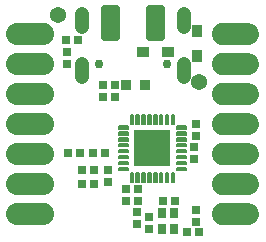
<source format=gbr>
G04 EAGLE Gerber RS-274X export*
G75*
%MOMM*%
%FSLAX34Y34*%
%LPD*%
%INSoldermask Bottom*%
%IPPOS*%
%AMOC8*
5,1,8,0,0,1.08239X$1,22.5*%
G01*
%ADD10C,1.209600*%
%ADD11C,0.751600*%
%ADD12C,1.879600*%
%ADD13C,1.879600*%
%ADD14R,1.001600X0.901600*%
%ADD15C,1.371600*%
%ADD16R,0.701600X0.701600*%
%ADD17R,0.801600X0.851600*%
%ADD18C,0.228606*%
%ADD19R,0.901600X1.001600*%
%ADD20C,0.170934*%
%ADD21R,3.101600X3.101600*%
%ADD22R,0.901600X0.901600*%

G36*
X75371Y174355D02*
X75371Y174355D01*
X75400Y174353D01*
X75917Y174421D01*
X75953Y174435D01*
X76013Y174447D01*
X76496Y174647D01*
X76526Y174669D01*
X76581Y174696D01*
X76996Y175014D01*
X77020Y175043D01*
X77066Y175084D01*
X77201Y175260D01*
X77384Y175499D01*
X77399Y175533D01*
X77433Y175585D01*
X77633Y176067D01*
X77639Y176104D01*
X77659Y176163D01*
X77727Y176680D01*
X77725Y176702D01*
X77730Y176730D01*
X77730Y201730D01*
X77725Y201751D01*
X77727Y201780D01*
X77659Y202297D01*
X77645Y202333D01*
X77633Y202393D01*
X77433Y202876D01*
X77411Y202906D01*
X77384Y202961D01*
X77066Y203376D01*
X77037Y203400D01*
X76996Y203446D01*
X76581Y203764D01*
X76547Y203779D01*
X76496Y203813D01*
X76013Y204013D01*
X75976Y204019D01*
X75917Y204039D01*
X75400Y204107D01*
X75378Y204105D01*
X75350Y204110D01*
X64350Y204110D01*
X64329Y204105D01*
X64300Y204107D01*
X63783Y204039D01*
X63747Y204025D01*
X63687Y204013D01*
X63205Y203813D01*
X63174Y203791D01*
X63119Y203764D01*
X62704Y203446D01*
X62680Y203417D01*
X62634Y203376D01*
X62422Y203099D01*
X62316Y202961D01*
X62301Y202927D01*
X62267Y202876D01*
X62067Y202393D01*
X62061Y202356D01*
X62041Y202297D01*
X61973Y201780D01*
X61975Y201758D01*
X61970Y201730D01*
X61970Y176730D01*
X61975Y176709D01*
X61973Y176680D01*
X62041Y176163D01*
X62055Y176127D01*
X62067Y176067D01*
X62267Y175585D01*
X62289Y175554D01*
X62316Y175499D01*
X62634Y175084D01*
X62663Y175060D01*
X62704Y175014D01*
X63119Y174696D01*
X63153Y174681D01*
X63205Y174647D01*
X63687Y174447D01*
X63724Y174441D01*
X63783Y174421D01*
X64300Y174353D01*
X64322Y174355D01*
X64350Y174350D01*
X75350Y174350D01*
X75371Y174355D01*
G37*
G36*
X113471Y174355D02*
X113471Y174355D01*
X113500Y174353D01*
X114017Y174421D01*
X114053Y174435D01*
X114113Y174447D01*
X114596Y174647D01*
X114626Y174669D01*
X114681Y174696D01*
X115096Y175014D01*
X115120Y175043D01*
X115166Y175084D01*
X115301Y175260D01*
X115484Y175499D01*
X115499Y175533D01*
X115533Y175585D01*
X115733Y176067D01*
X115739Y176104D01*
X115759Y176163D01*
X115827Y176680D01*
X115825Y176702D01*
X115830Y176730D01*
X115830Y201730D01*
X115825Y201751D01*
X115827Y201780D01*
X115759Y202297D01*
X115745Y202333D01*
X115733Y202393D01*
X115533Y202876D01*
X115511Y202906D01*
X115484Y202961D01*
X115166Y203376D01*
X115137Y203400D01*
X115096Y203446D01*
X114681Y203764D01*
X114647Y203779D01*
X114596Y203813D01*
X114113Y204013D01*
X114076Y204019D01*
X114017Y204039D01*
X113500Y204107D01*
X113478Y204105D01*
X113450Y204110D01*
X102450Y204110D01*
X102429Y204105D01*
X102400Y204107D01*
X101883Y204039D01*
X101847Y204025D01*
X101787Y204013D01*
X101305Y203813D01*
X101274Y203791D01*
X101219Y203764D01*
X100804Y203446D01*
X100780Y203417D01*
X100734Y203376D01*
X100522Y203099D01*
X100416Y202961D01*
X100401Y202927D01*
X100367Y202876D01*
X100167Y202393D01*
X100161Y202356D01*
X100141Y202297D01*
X100073Y201780D01*
X100075Y201758D01*
X100070Y201730D01*
X100070Y176730D01*
X100075Y176709D01*
X100073Y176680D01*
X100141Y176163D01*
X100155Y176127D01*
X100167Y176067D01*
X100367Y175585D01*
X100389Y175554D01*
X100416Y175499D01*
X100734Y175084D01*
X100763Y175060D01*
X100804Y175014D01*
X101219Y174696D01*
X101253Y174681D01*
X101305Y174647D01*
X101787Y174447D01*
X101824Y174441D01*
X101883Y174421D01*
X102400Y174353D01*
X102422Y174355D01*
X102450Y174350D01*
X113450Y174350D01*
X113471Y174355D01*
G37*
D10*
X132100Y196710D02*
X132100Y185630D01*
X45700Y185630D02*
X45700Y196710D01*
X45700Y154910D02*
X45700Y143830D01*
X132100Y143830D02*
X132100Y154910D01*
D11*
X60000Y154370D03*
X117800Y154370D03*
D12*
X12700Y179705D03*
X12700Y154305D03*
X12700Y128905D03*
X12700Y103505D03*
X12700Y78105D03*
X12700Y52705D03*
X12700Y27305D03*
D13*
X8890Y179705D02*
X-8890Y179705D01*
X-8890Y154305D02*
X8890Y154305D01*
X8890Y128905D02*
X-8890Y128905D01*
X-8890Y103505D02*
X8890Y103505D01*
X8890Y78105D02*
X-8890Y78105D01*
X-8890Y52705D02*
X8890Y52705D01*
X8890Y27305D02*
X-8890Y27305D01*
D12*
X165100Y27305D03*
X165100Y52705D03*
X165100Y78105D03*
X165100Y103505D03*
X165100Y128905D03*
X165100Y154305D03*
X165100Y179705D03*
D13*
X168910Y27305D02*
X186690Y27305D01*
X186690Y52705D02*
X168910Y52705D01*
X168910Y78105D02*
X186690Y78105D01*
X186690Y103505D02*
X168910Y103505D01*
X168910Y128905D02*
X186690Y128905D01*
X186690Y154305D02*
X168910Y154305D01*
X168910Y179705D02*
X186690Y179705D01*
D14*
X118904Y164338D03*
X97504Y164338D03*
D15*
X25400Y195580D03*
D16*
X55118Y79248D03*
X65278Y79248D03*
X55626Y64897D03*
X45466Y64897D03*
X55753Y52959D03*
X45593Y52959D03*
X67691Y54356D03*
X67691Y64516D03*
X44450Y79248D03*
X34290Y79248D03*
X140462Y84455D03*
X140462Y74295D03*
X142367Y103505D03*
X142367Y93345D03*
X93472Y48895D03*
X93472Y38735D03*
X82677Y48895D03*
X82677Y38735D03*
D17*
X123745Y28721D03*
X123745Y15221D03*
X113745Y15221D03*
X113745Y28721D03*
D16*
X102870Y24892D03*
X102870Y14732D03*
X135001Y12192D03*
X145161Y12192D03*
X124714Y38862D03*
X114554Y38862D03*
X33020Y164465D03*
X33020Y154305D03*
X42545Y174625D03*
X32385Y174625D03*
D15*
X145034Y139065D03*
D18*
X106585Y179365D02*
X106585Y183095D01*
X110315Y183095D01*
X110315Y179365D01*
X106585Y179365D01*
X106585Y181537D02*
X110315Y181537D01*
X68485Y183095D02*
X68485Y179365D01*
X68485Y183095D02*
X72215Y183095D01*
X72215Y179365D01*
X68485Y179365D01*
X68485Y181537D02*
X72215Y181537D01*
D19*
X143256Y161385D03*
X143256Y182785D03*
D20*
X88914Y103981D02*
X86906Y103981D01*
X86906Y111389D01*
X88914Y111389D01*
X88914Y103981D01*
X88914Y105605D02*
X86906Y105605D01*
X86906Y107229D02*
X88914Y107229D01*
X88914Y108853D02*
X86906Y108853D01*
X86906Y110477D02*
X88914Y110477D01*
X91906Y103981D02*
X93914Y103981D01*
X91906Y103981D02*
X91906Y111389D01*
X93914Y111389D01*
X93914Y103981D01*
X93914Y105605D02*
X91906Y105605D01*
X91906Y107229D02*
X93914Y107229D01*
X93914Y108853D02*
X91906Y108853D01*
X91906Y110477D02*
X93914Y110477D01*
X96906Y103981D02*
X98914Y103981D01*
X96906Y103981D02*
X96906Y111389D01*
X98914Y111389D01*
X98914Y103981D01*
X98914Y105605D02*
X96906Y105605D01*
X96906Y107229D02*
X98914Y107229D01*
X98914Y108853D02*
X96906Y108853D01*
X96906Y110477D02*
X98914Y110477D01*
X101906Y103981D02*
X103914Y103981D01*
X101906Y103981D02*
X101906Y111389D01*
X103914Y111389D01*
X103914Y103981D01*
X103914Y105605D02*
X101906Y105605D01*
X101906Y107229D02*
X103914Y107229D01*
X103914Y108853D02*
X101906Y108853D01*
X101906Y110477D02*
X103914Y110477D01*
X106906Y103981D02*
X108914Y103981D01*
X106906Y103981D02*
X106906Y111389D01*
X108914Y111389D01*
X108914Y103981D01*
X108914Y105605D02*
X106906Y105605D01*
X106906Y107229D02*
X108914Y107229D01*
X108914Y108853D02*
X106906Y108853D01*
X106906Y110477D02*
X108914Y110477D01*
X111906Y103981D02*
X113914Y103981D01*
X111906Y103981D02*
X111906Y111389D01*
X113914Y111389D01*
X113914Y103981D01*
X113914Y105605D02*
X111906Y105605D01*
X111906Y107229D02*
X113914Y107229D01*
X113914Y108853D02*
X111906Y108853D01*
X111906Y110477D02*
X113914Y110477D01*
X116906Y103981D02*
X118914Y103981D01*
X116906Y103981D02*
X116906Y111389D01*
X118914Y111389D01*
X118914Y103981D01*
X118914Y105605D02*
X116906Y105605D01*
X116906Y107229D02*
X118914Y107229D01*
X118914Y108853D02*
X116906Y108853D01*
X116906Y110477D02*
X118914Y110477D01*
X121906Y103981D02*
X123914Y103981D01*
X121906Y103981D02*
X121906Y111389D01*
X123914Y111389D01*
X123914Y103981D01*
X123914Y105605D02*
X121906Y105605D01*
X121906Y107229D02*
X123914Y107229D01*
X123914Y108853D02*
X121906Y108853D01*
X121906Y110477D02*
X123914Y110477D01*
X123914Y54981D02*
X121906Y54981D01*
X121906Y62389D01*
X123914Y62389D01*
X123914Y54981D01*
X123914Y56605D02*
X121906Y56605D01*
X121906Y58229D02*
X123914Y58229D01*
X123914Y59853D02*
X121906Y59853D01*
X121906Y61477D02*
X123914Y61477D01*
X118914Y54981D02*
X116906Y54981D01*
X116906Y62389D01*
X118914Y62389D01*
X118914Y54981D01*
X118914Y56605D02*
X116906Y56605D01*
X116906Y58229D02*
X118914Y58229D01*
X118914Y59853D02*
X116906Y59853D01*
X116906Y61477D02*
X118914Y61477D01*
X113914Y54981D02*
X111906Y54981D01*
X111906Y62389D01*
X113914Y62389D01*
X113914Y54981D01*
X113914Y56605D02*
X111906Y56605D01*
X111906Y58229D02*
X113914Y58229D01*
X113914Y59853D02*
X111906Y59853D01*
X111906Y61477D02*
X113914Y61477D01*
X108914Y54981D02*
X106906Y54981D01*
X106906Y62389D01*
X108914Y62389D01*
X108914Y54981D01*
X108914Y56605D02*
X106906Y56605D01*
X106906Y58229D02*
X108914Y58229D01*
X108914Y59853D02*
X106906Y59853D01*
X106906Y61477D02*
X108914Y61477D01*
X103914Y54981D02*
X101906Y54981D01*
X101906Y62389D01*
X103914Y62389D01*
X103914Y54981D01*
X103914Y56605D02*
X101906Y56605D01*
X101906Y58229D02*
X103914Y58229D01*
X103914Y59853D02*
X101906Y59853D01*
X101906Y61477D02*
X103914Y61477D01*
X98914Y54981D02*
X96906Y54981D01*
X96906Y62389D01*
X98914Y62389D01*
X98914Y54981D01*
X98914Y56605D02*
X96906Y56605D01*
X96906Y58229D02*
X98914Y58229D01*
X98914Y59853D02*
X96906Y59853D01*
X96906Y61477D02*
X98914Y61477D01*
X93914Y54981D02*
X91906Y54981D01*
X91906Y62389D01*
X93914Y62389D01*
X93914Y54981D01*
X93914Y56605D02*
X91906Y56605D01*
X91906Y58229D02*
X93914Y58229D01*
X93914Y59853D02*
X91906Y59853D01*
X91906Y61477D02*
X93914Y61477D01*
X88914Y54981D02*
X86906Y54981D01*
X86906Y62389D01*
X88914Y62389D01*
X88914Y54981D01*
X88914Y56605D02*
X86906Y56605D01*
X86906Y58229D02*
X88914Y58229D01*
X88914Y59853D02*
X86906Y59853D01*
X86906Y61477D02*
X88914Y61477D01*
X84614Y64681D02*
X77206Y64681D01*
X77206Y66689D01*
X84614Y66689D01*
X84614Y64681D01*
X84614Y66305D02*
X77206Y66305D01*
X77206Y69681D02*
X84614Y69681D01*
X77206Y69681D02*
X77206Y71689D01*
X84614Y71689D01*
X84614Y69681D01*
X84614Y71305D02*
X77206Y71305D01*
X77206Y74681D02*
X84614Y74681D01*
X77206Y74681D02*
X77206Y76689D01*
X84614Y76689D01*
X84614Y74681D01*
X84614Y76305D02*
X77206Y76305D01*
X77206Y79681D02*
X84614Y79681D01*
X77206Y79681D02*
X77206Y81689D01*
X84614Y81689D01*
X84614Y79681D01*
X84614Y81305D02*
X77206Y81305D01*
X77206Y84681D02*
X84614Y84681D01*
X77206Y84681D02*
X77206Y86689D01*
X84614Y86689D01*
X84614Y84681D01*
X84614Y86305D02*
X77206Y86305D01*
X77206Y89681D02*
X84614Y89681D01*
X77206Y89681D02*
X77206Y91689D01*
X84614Y91689D01*
X84614Y89681D01*
X84614Y91305D02*
X77206Y91305D01*
X77206Y94681D02*
X84614Y94681D01*
X77206Y94681D02*
X77206Y96689D01*
X84614Y96689D01*
X84614Y94681D01*
X84614Y96305D02*
X77206Y96305D01*
X77206Y99681D02*
X84614Y99681D01*
X77206Y99681D02*
X77206Y101689D01*
X84614Y101689D01*
X84614Y99681D01*
X84614Y101305D02*
X77206Y101305D01*
X126206Y99681D02*
X133614Y99681D01*
X126206Y99681D02*
X126206Y101689D01*
X133614Y101689D01*
X133614Y99681D01*
X133614Y101305D02*
X126206Y101305D01*
X126206Y94681D02*
X133614Y94681D01*
X126206Y94681D02*
X126206Y96689D01*
X133614Y96689D01*
X133614Y94681D01*
X133614Y96305D02*
X126206Y96305D01*
X126206Y89681D02*
X133614Y89681D01*
X126206Y89681D02*
X126206Y91689D01*
X133614Y91689D01*
X133614Y89681D01*
X133614Y91305D02*
X126206Y91305D01*
X126206Y84681D02*
X133614Y84681D01*
X126206Y84681D02*
X126206Y86689D01*
X133614Y86689D01*
X133614Y84681D01*
X133614Y86305D02*
X126206Y86305D01*
X126206Y79681D02*
X133614Y79681D01*
X126206Y79681D02*
X126206Y81689D01*
X133614Y81689D01*
X133614Y79681D01*
X133614Y81305D02*
X126206Y81305D01*
X126206Y74681D02*
X133614Y74681D01*
X126206Y74681D02*
X126206Y76689D01*
X133614Y76689D01*
X133614Y74681D01*
X133614Y76305D02*
X126206Y76305D01*
X126206Y69681D02*
X133614Y69681D01*
X126206Y69681D02*
X126206Y71689D01*
X133614Y71689D01*
X133614Y69681D01*
X133614Y71305D02*
X126206Y71305D01*
X126206Y64681D02*
X133614Y64681D01*
X126206Y64681D02*
X126206Y66689D01*
X133614Y66689D01*
X133614Y64681D01*
X133614Y66305D02*
X126206Y66305D01*
D21*
X105410Y83185D03*
D16*
X92202Y29591D03*
X92202Y19431D03*
X73660Y137033D03*
X63500Y137033D03*
X73660Y126238D03*
X63500Y126238D03*
X142240Y30480D03*
X142240Y20320D03*
D22*
X83312Y136525D03*
X99060Y136525D03*
M02*

</source>
